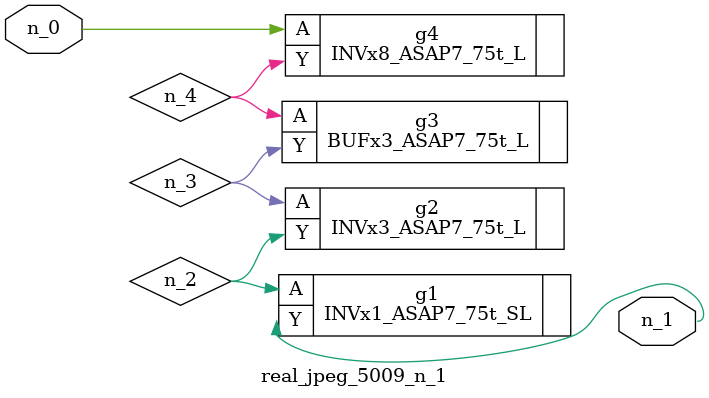
<source format=v>
module real_jpeg_5009_n_1 (n_0, n_1);

input n_0;

output n_1;

wire n_3;
wire n_4;
wire n_2;

INVx8_ASAP7_75t_L g4 ( 
.A(n_0),
.Y(n_4)
);

INVx1_ASAP7_75t_SL g1 ( 
.A(n_2),
.Y(n_1)
);

INVx3_ASAP7_75t_L g2 ( 
.A(n_3),
.Y(n_2)
);

BUFx3_ASAP7_75t_L g3 ( 
.A(n_4),
.Y(n_3)
);


endmodule
</source>
